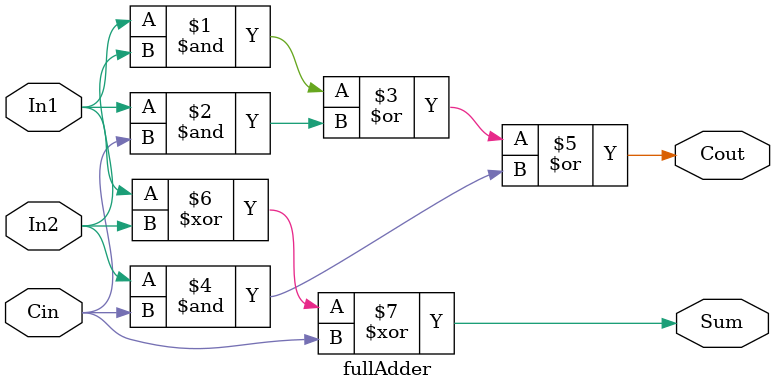
<source format=v>
module fullAdder(Sum,Cout,Cin,In1,In2);
   input wire In1,In2,Cin;
   output wire Sum,Cout;
   assign Cout = (In1&In2)|(In1&Cin)|(In2&Cin);
   assign Sum = In1^In2^Cin;
   //assign {Cout,Sum} = In1+In2+Cin;
endmodule

</source>
